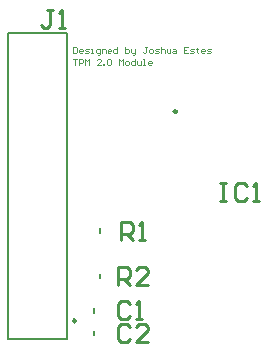
<source format=gbr>
G04*
G04 #@! TF.GenerationSoftware,Altium Limited,Altium Designer,24.10.1 (45)*
G04*
G04 Layer_Color=65535*
%FSLAX44Y44*%
%MOMM*%
G71*
G04*
G04 #@! TF.SameCoordinates,6C15008D-1AD3-4549-9602-DC6CD9F93784*
G04*
G04*
G04 #@! TF.FilePolarity,Positive*
G04*
G01*
G75*
%ADD10C,0.2500*%
%ADD11C,0.2000*%
%ADD12C,0.1500*%
%ADD13C,0.1000*%
%ADD14C,0.2540*%
D10*
X68818Y381762D02*
G03*
X68818Y381762I-1250J0D01*
G01*
X154372Y558908D02*
G03*
X154372Y558908I-1250J0D01*
G01*
D11*
X11068Y625562D02*
X61068D01*
Y366562D02*
Y625562D01*
X11068Y366562D02*
X61068D01*
X11068D02*
Y625562D01*
D12*
X89154Y417607D02*
Y421607D01*
X89154Y455962D02*
Y459962D01*
X84654Y388659D02*
Y392659D01*
X84654Y369322D02*
Y373322D01*
D13*
X66564Y613722D02*
X66554Y608724D01*
X69053Y608719D01*
X69888Y609551D01*
X69895Y612883D01*
X69063Y613717D01*
X66564Y613722D01*
X74052Y608709D02*
X72386Y608713D01*
X71554Y609547D01*
X71557Y611213D01*
X72392Y612045D01*
X74058Y612041D01*
X74890Y611207D01*
X74888Y610374D01*
X71556Y610380D01*
X76551Y608704D02*
X79050Y608699D01*
X79885Y609531D01*
X79053Y610365D01*
X77387Y610369D01*
X76556Y611203D01*
X77390Y612035D01*
X79890Y612030D01*
X81549Y608694D02*
X83215Y608691D01*
X82382Y608693D01*
X82389Y612025D01*
X81556Y612026D01*
X87377Y607016D02*
X88210Y607015D01*
X89045Y607846D01*
X89053Y612012D01*
X86554Y612017D01*
X85719Y611185D01*
X85716Y609519D01*
X86547Y608684D01*
X89047Y608679D01*
X90713Y608676D02*
X90719Y612008D01*
X93219Y612003D01*
X94050Y611169D01*
X94045Y608669D01*
X98210Y608661D02*
X96544Y608664D01*
X95713Y609499D01*
X95716Y611165D01*
X96551Y611997D01*
X98217Y611993D01*
X99048Y611159D01*
X99047Y610326D01*
X95714Y610332D01*
X104052Y613648D02*
X104042Y608649D01*
X101543Y608654D01*
X100711Y609489D01*
X100715Y611155D01*
X101549Y611987D01*
X104048Y611982D01*
X110716Y613634D02*
X110706Y608636D01*
X113205Y608631D01*
X114040Y609463D01*
X114042Y610296D01*
X114043Y611129D01*
X113212Y611963D01*
X110713Y611968D01*
X115711Y611959D02*
X115706Y609459D01*
X116538Y608625D01*
X119037Y608620D01*
X119035Y607786D01*
X118200Y606955D01*
X117367Y606957D01*
X119037Y608620D02*
X119043Y611952D01*
X129044Y613598D02*
X127377Y613601D01*
X128210Y613600D01*
X128202Y609434D01*
X127367Y608603D01*
X126534Y608605D01*
X125703Y609439D01*
X131533Y608595D02*
X133199Y608591D01*
X134033Y609423D01*
X134037Y611089D01*
X133205Y611924D01*
X131539Y611927D01*
X130705Y611096D01*
X130701Y609429D01*
X131533Y608595D01*
X135698Y608586D02*
X138197Y608581D01*
X139032Y609413D01*
X138201Y610247D01*
X136534Y610251D01*
X135703Y611086D01*
X136538Y611917D01*
X139037Y611912D01*
X140706Y613575D02*
X140696Y608576D01*
X140701Y611076D01*
X141536Y611907D01*
X143202Y611904D01*
X144033Y611069D01*
X144029Y608570D01*
X145701Y611899D02*
X145696Y609399D01*
X146528Y608565D01*
X149027Y608560D01*
X149034Y611892D01*
X151533Y611887D02*
X153199Y611884D01*
X154030Y611049D01*
X154025Y608550D01*
X151526Y608555D01*
X150695Y609390D01*
X151529Y610221D01*
X154029Y610216D01*
X164032Y613528D02*
X160700Y613535D01*
X160690Y608537D01*
X164022Y608530D01*
X160695Y611036D02*
X162361Y611032D01*
X165688Y608527D02*
X168187Y608522D01*
X169022Y609353D01*
X168191Y610188D01*
X166525Y610191D01*
X165693Y611026D01*
X166528Y611857D01*
X169027Y611852D01*
X171528Y612680D02*
X171526Y611847D01*
X170693Y611849D01*
X172359Y611846D01*
X171526Y611847D01*
X171521Y609348D01*
X172353Y608513D01*
X177351Y608503D02*
X175685Y608507D01*
X174853Y609342D01*
X174857Y611008D01*
X175692Y611839D01*
X177358Y611836D01*
X178189Y611001D01*
X178187Y610168D01*
X174855Y610174D01*
X179850Y608498D02*
X182349Y608493D01*
X183184Y609325D01*
X182353Y610160D01*
X180686Y610163D01*
X179855Y610998D01*
X180690Y611829D01*
X183189Y611824D01*
X66544Y603658D02*
X69876Y603652D01*
X68210Y603655D01*
X68200Y598657D01*
X71532Y598650D02*
X71542Y603648D01*
X74042Y603643D01*
X74873Y602809D01*
X74869Y601143D01*
X74035Y600311D01*
X71536Y600316D01*
X76531Y598640D02*
X76541Y603638D01*
X78203Y601969D01*
X79873Y603632D01*
X79863Y598633D01*
X89860Y598614D02*
X86527Y598620D01*
X89866Y601946D01*
X89868Y602779D01*
X89037Y603614D01*
X87370Y603617D01*
X86536Y602785D01*
X91526Y598610D02*
X91527Y599443D01*
X92360Y599442D01*
X92359Y598609D01*
X91526Y598610D01*
X95699Y602767D02*
X96534Y603599D01*
X98200Y603595D01*
X99032Y602761D01*
X99025Y599428D01*
X98190Y598597D01*
X96524Y598600D01*
X95693Y599435D01*
X95699Y602767D01*
X105688Y598582D02*
X105698Y603580D01*
X107360Y601911D01*
X109030Y603574D01*
X109020Y598575D01*
X111519Y598570D02*
X113185Y598567D01*
X114020Y599398D01*
X114023Y601065D01*
X113192Y601899D01*
X111526Y601903D01*
X110691Y601071D01*
X110688Y599405D01*
X111519Y598570D01*
X119027Y603554D02*
X119017Y598555D01*
X116517Y598560D01*
X115686Y599395D01*
X115689Y601061D01*
X116524Y601893D01*
X119023Y601888D01*
X120689Y601884D02*
X120684Y599385D01*
X121516Y598550D01*
X124015Y598545D01*
X124022Y601878D01*
X125681Y598542D02*
X127347Y598539D01*
X126514Y598540D01*
X126524Y603539D01*
X125691Y603540D01*
X132346Y598529D02*
X130680Y598532D01*
X129848Y599367D01*
X129852Y601033D01*
X130686Y601865D01*
X132352Y601861D01*
X133184Y601026D01*
X133182Y600193D01*
X129850Y600200D01*
D14*
X49276Y644903D02*
X44198D01*
X46737D01*
Y632208D01*
X44198Y629669D01*
X41659D01*
X39119Y632208D01*
X54354Y629669D02*
X59433D01*
X56894D01*
Y644903D01*
X54354Y642364D01*
X190868Y498680D02*
X195946D01*
X193407D01*
Y483445D01*
X190868D01*
X195946D01*
X213720Y496141D02*
X211181Y498680D01*
X206103D01*
X203563Y496141D01*
Y485984D01*
X206103Y483445D01*
X211181D01*
X213720Y485984D01*
X218798Y483445D02*
X223877D01*
X221338D01*
Y498680D01*
X218798Y496141D01*
X104652Y411990D02*
Y427225D01*
X112270D01*
X114809Y424686D01*
Y419607D01*
X112270Y417068D01*
X104652D01*
X109730D02*
X114809Y411990D01*
X130044D02*
X119887D01*
X130044Y422147D01*
Y424686D01*
X127505Y427225D01*
X122426D01*
X119887Y424686D01*
X107191Y450094D02*
Y465329D01*
X114809D01*
X117348Y462790D01*
Y457712D01*
X114809Y455173D01*
X107191D01*
X112270D02*
X117348Y450094D01*
X122426D02*
X127505D01*
X124965D01*
Y465329D01*
X122426Y462790D01*
X114809Y376400D02*
X112270Y378939D01*
X107191D01*
X104652Y376400D01*
Y366243D01*
X107191Y363704D01*
X112270D01*
X114809Y366243D01*
X130044Y363704D02*
X119887D01*
X130044Y373861D01*
Y376400D01*
X127505Y378939D01*
X122426D01*
X119887Y376400D01*
X114648Y395737D02*
X112109Y398277D01*
X107030D01*
X104491Y395737D01*
Y385581D01*
X107030Y383042D01*
X112109D01*
X114648Y385581D01*
X119726Y383042D02*
X124805D01*
X122266D01*
Y398277D01*
X119726Y395737D01*
M02*

</source>
